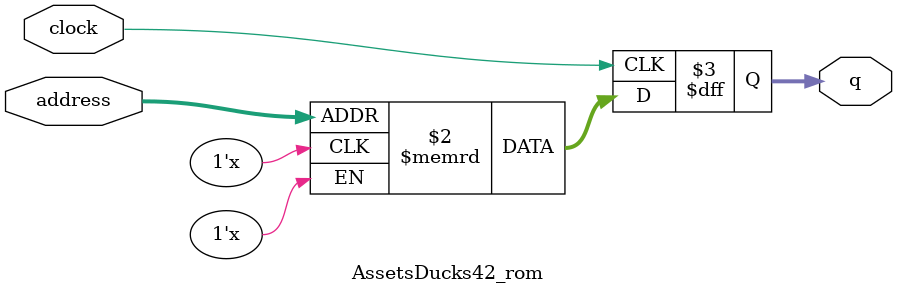
<source format=sv>
module AssetsDucks42_rom (
	input logic clock,
	input logic [11:0] address,
	output logic [3:0] q
);

logic [3:0] memory [0:4095] /* synthesis ram_init_file = "./AssetsDucks42/AssetsDucks42.mif" */;

always_ff @ (posedge clock) begin
	q <= memory[address];
end

endmodule

</source>
